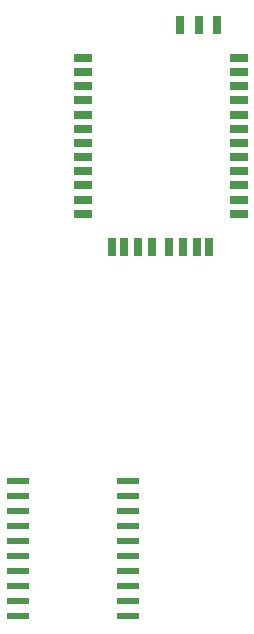
<source format=gtp>
G75*
G70*
%OFA0B0*%
%FSLAX24Y24*%
%IPPOS*%
%LPD*%
%AMOC8*
5,1,8,0,0,1.08239X$1,22.5*
%
%ADD10R,0.0630X0.0315*%
%ADD11R,0.0315X0.0630*%
%ADD12R,0.0780X0.0209*%
D10*
X018284Y021752D03*
X018284Y022225D03*
X018284Y022697D03*
X018284Y023170D03*
X018284Y023642D03*
X018284Y024115D03*
X018284Y024587D03*
X018284Y025059D03*
X018284Y025532D03*
X018284Y026004D03*
X018284Y026477D03*
X018284Y026949D03*
X023481Y026949D03*
X023481Y026477D03*
X023481Y026004D03*
X023481Y025532D03*
X023481Y025059D03*
X023481Y024587D03*
X023481Y024115D03*
X023481Y023642D03*
X023481Y023170D03*
X023481Y022697D03*
X023481Y022225D03*
X023481Y021752D03*
D11*
X022506Y020650D03*
X022103Y020650D03*
X021631Y020650D03*
X021158Y020650D03*
X020607Y020650D03*
X020135Y020650D03*
X019662Y020650D03*
X019260Y020650D03*
X021513Y028052D03*
X022143Y028052D03*
X022773Y028052D03*
D12*
X016116Y008351D03*
X016116Y008851D03*
X016116Y009351D03*
X016116Y009851D03*
X016116Y010351D03*
X016116Y010851D03*
X016116Y011351D03*
X016116Y011851D03*
X016116Y012351D03*
X016116Y012851D03*
X019805Y012851D03*
X019805Y012351D03*
X019805Y011851D03*
X019805Y011351D03*
X019805Y010851D03*
X019805Y010351D03*
X019805Y009851D03*
X019805Y009351D03*
X019805Y008851D03*
X019805Y008351D03*
M02*

</source>
